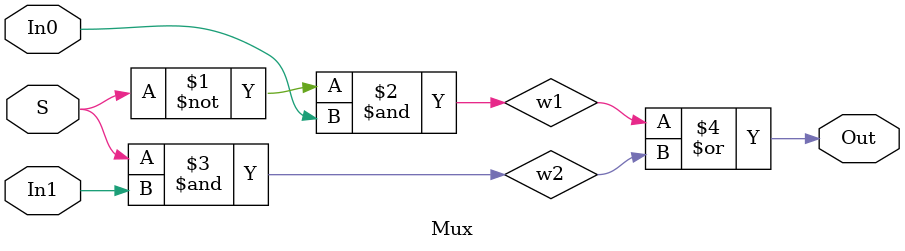
<source format=v>
`timescale 1ns / 1ps


module Mux(
    input In0,
    input In1,
    input S,
	 output Out
    );
	 
wire w1,w2; 
 
and(w1,~S,In0);
and(w2,S,In1);
or (Out,w1,w2);	 

endmodule


</source>
